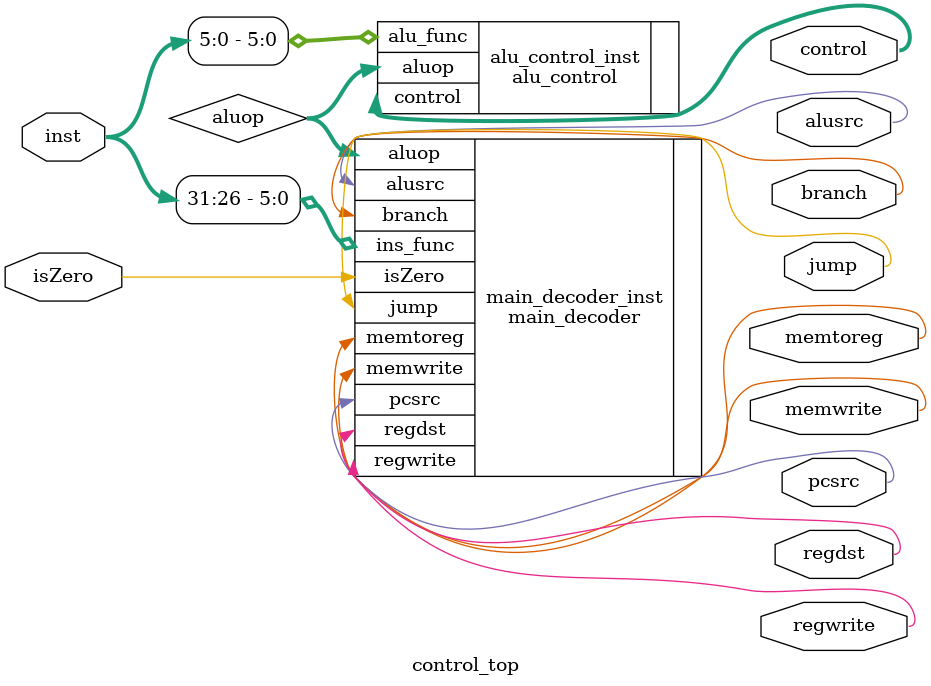
<source format=v>
`timescale 1ns / 1ps

module control_top(
    input [31:0]inst,
    input isZero,

    output  memtoreg,//写寄存器的结果来自mem还是alu
    output  memwrite,//是否写存储
    output  pcsrc,//下一个PC的值是PC+4还是跳转后的地址0表示src，1表示跳转——由branch
    output  alusrc,//aluB的源操作数是立即数还是寄存器读出的0表示寄存器1表示立即数
    output  regdst,//写入寄存器堆的地址是rt还是rd,0是rt，1是rd
    output  regwrite,//是否写寄存器
    output  branch,//是否是分支指令，且满足分支条件
    output  jump,//是否是无跳转指令
    output  [2:0]control
);
    wire [1:0]aluop;
    main_decoder  main_decoder_inst (
        .ins_func(inst[31:26]),
        .isZero(isZero),
        .memtoreg(memtoreg),
        .memwrite(memwrite),
        .pcsrc(pcsrc),
        .alusrc(alusrc),
        .regdst(regdst),
        .regwrite(regwrite),
        .branch(branch),
        .jump(jump),
        .aluop(aluop)
    );

    alu_control  alu_control_inst (
        .aluop(aluop),
        .alu_func(inst[5:0]),
        .control(control)
  );
endmodule

</source>
